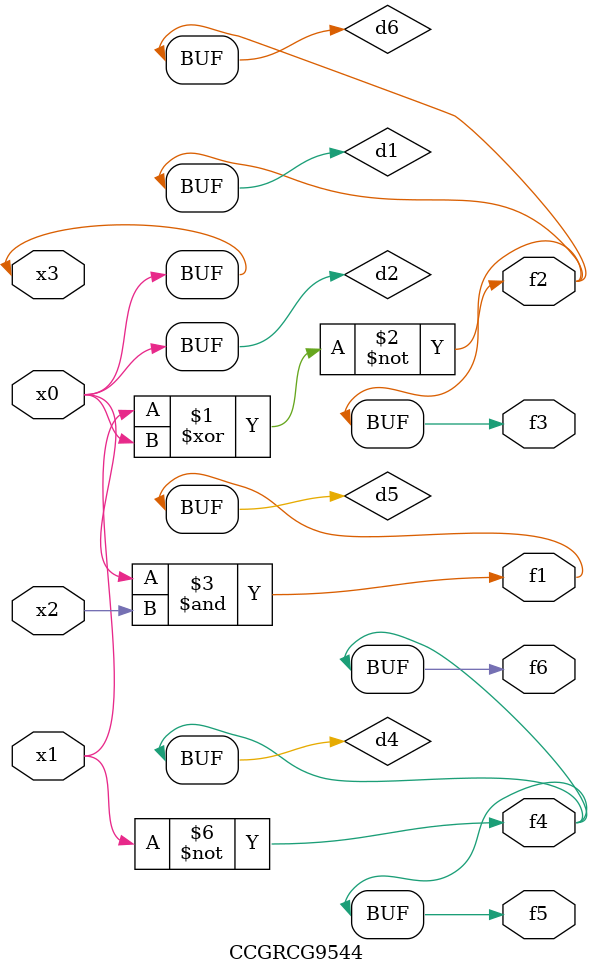
<source format=v>
module CCGRCG9544(
	input x0, x1, x2, x3,
	output f1, f2, f3, f4, f5, f6
);

	wire d1, d2, d3, d4, d5, d6;

	xnor (d1, x1, x3);
	buf (d2, x0, x3);
	nand (d3, x0, x2);
	not (d4, x1);
	nand (d5, d3);
	or (d6, d1);
	assign f1 = d5;
	assign f2 = d6;
	assign f3 = d6;
	assign f4 = d4;
	assign f5 = d4;
	assign f6 = d4;
endmodule

</source>
